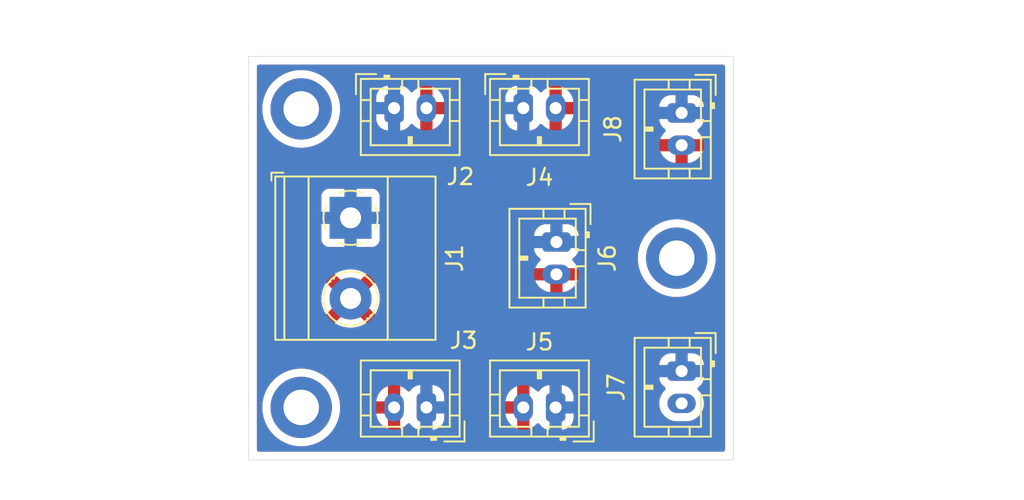
<source format=kicad_pcb>
(kicad_pcb (version 20211014) (generator pcbnew)
  (layers (0 "F.Cu" signal "Front") (31 "B.Cu" signal "Back") (34 "B.Paste" user) (35 "F.Paste" user) (36 "B.SilkS" user "B.Silkscreen") (37 "F.SilkS" user "F.Silkscreen") (38 "B.Mask" user) (39 "F.Mask" user) (44 "Edge.Cuts" user))
  (net 0 "")
  (net 1 "GND")
  (net 2 "+5V")
  (footprint "Connector_JST:JST_PH_B2B-PH-K_1x02_P2.00mm_Vertical" (layer "F.Cu") (at 110 68.25 180)
    (fp_text reference "J3" (at -2.3 4.15) (layer "F.SilkS"))
    (fp_text value "Conn_01x02")
    (fp_line (start -1.45 2.3) (end 3.45 2.3) (layer "F.SilkS") (width 0.12))
    (fp_line (start 0.9 2.3) (end 0.9 1.8) (layer "F.SilkS") (width 0.12))
    (fp_line (start -0.6 -2.01) (end -0.6 -1.81) (layer "F.SilkS") (width 0.12))
    (fp_line (start 1 2.3) (end 1 1.8) (layer "F.SilkS") (width 0.12))
    (fp_line (start -2.06 2.91) (end 4.06 2.91) (layer "F.SilkS") (width 0.12))
    (fp_line (start -1.11 -2.11) (end -2.36 -2.11) (layer "F.SilkS") (width 0.12))
    (fp_line (start -0.3 -1.91) (end -0.6 -1.91) (layer "F.SilkS") (width 0.12))
    (fp_line (start 0.5 -1.81) (end 0.5 -1.2) (layer "F.SilkS") (width 0.12))
    (fp_line (start 1.5 -1.2) (end 1.5 -1.81) (layer "F.SilkS") (width 0.12))
    (fp_line (start -0.3 -2.01) (end -0.6 -2.01) (layer "F.SilkS") (width 0.12))
    (fp_line (start 4.06 2.91) (end 4.06 -1.81) (layer "F.SilkS") (width 0.12))
    (fp_line (start 4.06 -1.81) (end -2.06 -1.81) (layer "F.SilkS") (width 0.12))
    (fp_line (start 4.06 0.8) (end 3.45 0.8) (layer "F.SilkS") (width 0.12))
    (fp_line (start -2.06 -0.5) (end -1.45 -0.5) (layer "F.SilkS") (width 0.12))
    (fp_line (start -2.06 0.8) (end -1.45 0.8) (layer "F.SilkS") (width 0.12))
    (fp_line (start -0.3 -1.81) (end -0.3 -2.01) (layer "F.SilkS") (width 0.12))
    (fp_line (start 3.45 -1.2) (end 1.5 -1.2) (layer "F.SilkS") (width 0.12))
    (fp_line (start 0.5 -1.2) (end -1.45 -1.2) (layer "F.SilkS") (width 0.12))
    (fp_line (start 4.06 -0.5) (end 3.45 -0.5) (layer "F.SilkS") (width 0.12))
    (fp_line (start -2.36 -2.11) (end -2.36 -0.86) (layer "F.SilkS") (width 0.12))
    (fp_line (start -2.06 -1.81) (end -2.06 2.91) (layer "F.SilkS") (width 0.12))
    (fp_line (start 0.9 1.8) (end 1.1 1.8) (layer "F.SilkS") (width 0.12))
    (fp_line (start -1.45 -1.2) (end -1.45 2.3) (layer "F.SilkS") (width 0.12))
    (fp_line (start 1.1 1.8) (end 1.1 2.3) (layer "F.SilkS") (width 0.12))
    (fp_line (start 3.45 2.3) (end 3.45 -1.2) (layer "F.SilkS") (width 0.12))
    (pad "1" thru_hole roundrect locked (at 0 0 180) (size 1.2 1.75) (drill 0.75) (layers *.Cu *.Mask) (roundrect_rratio 0.208333) (net 1 "GND"))
    (pad "2" thru_hole oval locked (at 2 0 180) (size 1.2 1.75) (drill 0.75) (layers *.Cu *.Mask) (net 2 "+5V"))
  )
  (footprint "Connector_JST:JST_PH_B2B-PH-K_1x02_P2.00mm_Vertical" (layer "F.Cu") (at 108 49.7)
    (fp_text reference "J2" (at 4.1 4.25) (layer "F.SilkS"))
    (fp_text value "Conn_01x02")
    (fp_line (start 4.06 -0.5) (end 3.45 -0.5) (layer "F.SilkS") (width 0.12))
    (fp_line (start -0.3 -1.91) (end -0.6 -1.91) (layer "F.SilkS") (width 0.12))
    (fp_line (start -0.6 -2.01) (end -0.6 -1.81) (layer "F.SilkS") (width 0.12))
    (fp_line (start 0.9 1.8) (end 1.1 1.8) (layer "F.SilkS") (width 0.12))
    (fp_line (start 0.5 -1.2) (end -1.45 -1.2) (layer "F.SilkS") (width 0.12))
    (fp_line (start -1.45 2.3) (end 3.45 2.3) (layer "F.SilkS") (width 0.12))
    (fp_line (start -2.06 -1.81) (end -2.06 2.91) (layer "F.SilkS") (width 0.12))
    (fp_line (start 4.06 2.91) (end 4.06 -1.81) (layer "F.SilkS") (width 0.12))
    (fp_line (start 3.45 -1.2) (end 1.5 -1.2) (layer "F.SilkS") (width 0.12))
    (fp_line (start 4.06 0.8) (end 3.45 0.8) (layer "F.SilkS") (width 0.12))
    (fp_line (start -0.3 -2.01) (end -0.6 -2.01) (layer "F.SilkS") (width 0.12))
    (fp_line (start 1.1 1.8) (end 1.1 2.3) (layer "F.SilkS") (width 0.12))
    (fp_line (start -0.3 -1.81) (end -0.3 -2.01) (layer "F.SilkS") (width 0.12))
    (fp_line (start 4.06 -1.81) (end -2.06 -1.81) (layer "F.SilkS") (width 0.12))
    (fp_line (start -2.36 -2.11) (end -2.36 -0.86) (layer "F.SilkS") (width 0.12))
    (fp_line (start -1.11 -2.11) (end -2.36 -2.11) (layer "F.SilkS") (width 0.12))
    (fp_line (start -1.45 -1.2) (end -1.45 2.3) (layer "F.SilkS") (width 0.12))
    (fp_line (start 1 2.3) (end 1 1.8) (layer "F.SilkS") (width 0.12))
    (fp_line (start 0.9 2.3) (end 0.9 1.8) (layer "F.SilkS") (width 0.12))
    (fp_line (start 1.5 -1.2) (end 1.5 -1.81) (layer "F.SilkS") (width 0.12))
    (fp_line (start -2.06 0.8) (end -1.45 0.8) (layer "F.SilkS") (width 0.12))
    (fp_line (start -2.06 -0.5) (end -1.45 -0.5) (layer "F.SilkS") (width 0.12))
    (fp_line (start 0.5 -1.81) (end 0.5 -1.2) (layer "F.SilkS") (width 0.12))
    (fp_line (start 3.45 2.3) (end 3.45 -1.2) (layer "F.SilkS") (width 0.12))
    (fp_line (start -2.06 2.91) (end 4.06 2.91) (layer "F.SilkS") (width 0.12))
    (pad "1" thru_hole roundrect locked (at 0 0) (size 1.2 1.75) (drill 0.75) (layers *.Cu *.Mask) (roundrect_rratio 0.208333) (net 1 "GND"))
    (pad "2" thru_hole oval locked (at 2 0) (size 1.2 1.75) (drill 0.75) (layers *.Cu *.Mask) (net 2 "+5V"))
  )
  (footprint "MountingHole:MountingHole_2.2mm_M2_DIN965_Pad_TopBottom" (layer "F.Cu") (at 125.5 59)
    (fp_text reference "REF**" hide)
    (fp_text value "MountingHole_2.2mm_M2_DIN965_Pad_TopBottom")
    (pad "1" thru_hole circle locked (at 0 0) (size 2.6 2.6) (drill 2.2) (layers *.Cu *.Mask))
    (pad "1" connect circle locked (at 0 0) (size 3.8 3.8) (layers "B.Cu" "B.Mask"))
    (pad "1" connect circle locked (at 0 0) (size 3.8 3.8) (layers "F.Cu" "F.Mask"))
  )
  (footprint "MountingHole:MountingHole_2.2mm_M2_DIN965_Pad_TopBottom" (layer "F.Cu") (at 102.25 68.25)
    (fp_text reference "REF**" hide)
    (fp_text value "MountingHole_2.2mm_M2_DIN965_Pad_TopBottom")
    (pad "1" connect circle locked (at 0 0) (size 3.8 3.8) (layers "B.Cu" "B.Mask"))
    (pad "1" thru_hole circle locked (at 0 0) (size 2.6 2.6) (drill 2.2) (layers *.Cu *.Mask))
    (pad "1" connect circle locked (at 0 0) (size 3.8 3.8) (layers "F.Cu" "F.Mask"))
  )
  (footprint "MountingHole:MountingHole_2.2mm_M2_DIN965_Pad_TopBottom" (layer "F.Cu") (at 102.25 49.75)
    (fp_text reference "REF**" hide)
    (fp_text value "MountingHole_2.2mm_M2_DIN965_Pad_TopBottom")
    (pad "1" thru_hole circle locked (at 0 0) (size 2.6 2.6) (drill 2.2) (layers *.Cu *.Mask))
    (pad "1" connect circle locked (at 0 0) (size 3.8 3.8) (layers "F.Cu" "F.Mask"))
    (pad "1" connect circle locked (at 0 0) (size 3.8 3.8) (layers "B.Cu" "B.Mask"))
  )
  (footprint "Connector_JST:JST_PH_B2B-PH-K_1x02_P2.00mm_Vertical" (layer "F.Cu") (at 118.05 58 -90)
    (fp_text reference "J6" (at 1 -3.15 90) (layer "F.SilkS"))
    (fp_text value "Conn_01x02")
    (fp_line (start -2.06 2.91) (end 4.06 2.91) (layer "F.SilkS") (width 0.12))
    (fp_line (start -0.3 -1.91) (end -0.6 -1.91) (layer "F.SilkS") (width 0.12))
    (fp_line (start -2.06 -0.5) (end -1.45 -0.5) (layer "F.SilkS") (width 0.12))
    (fp_line (start 3.45 -1.2) (end 1.5 -1.2) (layer "F.SilkS") (width 0.12))
    (fp_line (start 4.06 0.8) (end 3.45 0.8) (layer "F.SilkS") (width 0.12))
    (fp_line (start 1 2.3) (end 1 1.8) (layer "F.SilkS") (width 0.12))
    (fp_line (start 0.9 1.8) (end 1.1 1.8) (layer "F.SilkS") (width 0.12))
    (fp_line (start -0.3 -2.01) (end -0.6 -2.01) (layer "F.SilkS") (width 0.12))
    (fp_line (start 1.5 -1.2) (end 1.5 -1.81) (layer "F.SilkS") (width 0.12))
    (fp_line (start 0.9 2.3) (end 0.9 1.8) (layer "F.SilkS") (width 0.12))
    (fp_line (start -0.6 -2.01) (end -0.6 -1.81) (layer "F.SilkS") (width 0.12))
    (fp_line (start 4.06 -1.81) (end -2.06 -1.81) (layer "F.SilkS") (width 0.12))
    (fp_line (start 0.5 -1.2) (end -1.45 -1.2) (layer "F.SilkS") (width 0.12))
    (fp_line (start -1.45 2.3) (end 3.45 2.3) (layer "F.SilkS") (width 0.12))
    (fp_line (start 4.06 -0.5) (end 3.45 -0.5) (layer "F.SilkS") (width 0.12))
    (fp_line (start -2.36 -2.11) (end -2.36 -0.86) (layer "F.SilkS") (width 0.12))
    (fp_line (start -0.3 -1.81) (end -0.3 -2.01) (layer "F.SilkS") (width 0.12))
    (fp_line (start 1.1 1.8) (end 1.1 2.3) (layer "F.SilkS") (width 0.12))
    (fp_line (start -1.11 -2.11) (end -2.36 -2.11) (layer "F.SilkS") (width 0.12))
    (fp_line (start -2.06 -1.81) (end -2.06 2.91) (layer "F.SilkS") (width 0.12))
    (fp_line (start -1.45 -1.2) (end -1.45 2.3) (layer "F.SilkS") (width 0.12))
    (fp_line (start -2.06 0.8) (end -1.45 0.8) (layer "F.SilkS") (width 0.12))
    (fp_line (start 3.45 2.3) (end 3.45 -1.2) (layer "F.SilkS") (width 0.12))
    (fp_line (start 0.5 -1.81) (end 0.5 -1.2) (layer "F.SilkS") (width 0.12))
    (fp_line (start 4.06 2.91) (end 4.06 -1.81) (layer "F.SilkS") (width 0.12))
    (pad "1" thru_hole roundrect locked (at 0 0 270) (size 1.2 1.75) (drill 0.75) (layers *.Cu *.Mask) (roundrect_rratio 0.208333) (net 1 "GND"))
    (pad "2" thru_hole oval locked (at 2 0 270) (size 1.2 1.75) (drill 0.75) (layers *.Cu *.Mask) (net 2 "+5V"))
  )
  (footprint "Connector_JST:JST_PH_B2B-PH-K_1x02_P2.00mm_Vertical" (layer "F.Cu") (at 116 49.7)
    (fp_text reference "J4" (at 1 4.3) (layer "F.SilkS"))
    (fp_text value "Conn_01x02")
    (fp_line (start -1.11 -2.11) (end -2.36 -2.11) (layer "F.SilkS") (width 0.12))
    (fp_line (start 0.9 2.3) (end 0.9 1.8) (layer "F.SilkS") (width 0.12))
    (fp_line (start -2.06 0.8) (end -1.45 0.8) (layer "F.SilkS") (width 0.12))
    (fp_line (start -0.3 -1.91) (end -0.6 -1.91) (layer "F.SilkS") (width 0.12))
    (fp_line (start 0.5 -1.81) (end 0.5 -1.2) (layer "F.SilkS") (width 0.12))
    (fp_line (start -2.06 -0.5) (end -1.45 -0.5) (layer "F.SilkS") (width 0.12))
    (fp_line (start 4.06 2.91) (end 4.06 -1.81) (layer "F.SilkS") (width 0.12))
    (fp_line (start -1.45 -1.2) (end -1.45 2.3) (layer "F.SilkS") (width 0.12))
    (fp_line (start -0.6 -2.01) (end -0.6 -1.81) (layer "F.SilkS") (width 0.12))
    (fp_line (start 1.1 1.8) (end 1.1 2.3) (layer "F.SilkS") (width 0.12))
    (fp_line (start -2.36 -2.11) (end -2.36 -0.86) (layer "F.SilkS") (width 0.12))
    (fp_line (start -0.3 -2.01) (end -0.6 -2.01) (layer "F.SilkS") (width 0.12))
    (fp_line (start -0.3 -1.81) (end -0.3 -2.01) (layer "F.SilkS") (width 0.12))
    (fp_line (start -2.06 -1.81) (end -2.06 2.91) (layer "F.SilkS") (width 0.12))
    (fp_line (start 1.5 -1.2) (end 1.5 -1.81) (layer "F.SilkS") (width 0.12))
    (fp_line (start 3.45 -1.2) (end 1.5 -1.2) (layer "F.SilkS") (width 0.12))
    (fp_line (start -2.06 2.91) (end 4.06 2.91) (layer "F.SilkS") (width 0.12))
    (fp_line (start 4.06 -0.5) (end 3.45 -0.5) (layer "F.SilkS") (width 0.12))
    (fp_line (start 3.45 2.3) (end 3.45 -1.2) (layer "F.SilkS") (width 0.12))
    (fp_line (start 1 2.3) (end 1 1.8) (layer "F.SilkS") (width 0.12))
    (fp_line (start 0.5 -1.2) (end -1.45 -1.2) (layer "F.SilkS") (width 0.12))
    (fp_line (start 4.06 0.8) (end 3.45 0.8) (layer "F.SilkS") (width 0.12))
    (fp_line (start 4.06 -1.81) (end -2.06 -1.81) (layer "F.SilkS") (width 0.12))
    (fp_line (start -1.45 2.3) (end 3.45 2.3) (layer "F.SilkS") (width 0.12))
    (fp_line (start 0.9 1.8) (end 1.1 1.8) (layer "F.SilkS") (width 0.12))
    (pad "1" thru_hole roundrect locked (at 0 0) (size 1.2 1.75) (drill 0.75) (layers *.Cu *.Mask) (roundrect_rratio 0.208333) (net 1 "GND"))
    (pad "2" thru_hole oval locked (at 2 0) (size 1.2 1.75) (drill 0.75) (layers *.Cu *.Mask) (net 2 "+5V"))
  )
  (footprint "Connector_JST:JST_PH_B2B-PH-K_1x02_P2.00mm_Vertical" (layer "F.Cu") (at 125.8 50 -90)
    (fp_text reference "J8" (at 1 4.25 90) (layer "F.SilkS"))
    (fp_text value "Conn_01x02")
    (fp_line (start 0.5 -1.81) (end 0.5 -1.2) (layer "F.SilkS") (width 0.12))
    (fp_line (start -0.6 -2.01) (end -0.6 -1.81) (layer "F.SilkS") (width 0.12))
    (fp_line (start -2.06 2.91) (end 4.06 2.91) (layer "F.SilkS") (width 0.12))
    (fp_line (start 0.5 -1.2) (end -1.45 -1.2) (layer "F.SilkS") (width 0.12))
    (fp_line (start 0.9 1.8) (end 1.1 1.8) (layer "F.SilkS") (width 0.12))
    (fp_line (start -2.06 -0.5) (end -1.45 -0.5) (layer "F.SilkS") (width 0.12))
    (fp_line (start -1.45 -1.2) (end -1.45 2.3) (layer "F.SilkS") (width 0.12))
    (fp_line (start 4.06 -1.81) (end -2.06 -1.81) (layer "F.SilkS") (width 0.12))
    (fp_line (start 4.06 -0.5) (end 3.45 -0.5) (layer "F.SilkS") (width 0.12))
    (fp_line (start 3.45 2.3) (end 3.45 -1.2) (layer "F.SilkS") (width 0.12))
    (fp_line (start -2.36 -2.11) (end -2.36 -0.86) (layer "F.SilkS") (width 0.12))
    (fp_line (start 1 2.3) (end 1 1.8) (layer "F.SilkS") (width 0.12))
    (fp_line (start 0.9 2.3) (end 0.9 1.8) (layer "F.SilkS") (width 0.12))
    (fp_line (start -1.45 2.3) (end 3.45 2.3) (layer "F.SilkS") (width 0.12))
    (fp_line (start -0.3 -1.91) (end -0.6 -1.91) (layer "F.SilkS") (width 0.12))
    (fp_line (start 4.06 0.8) (end 3.45 0.8) (layer "F.SilkS") (width 0.12))
    (fp_line (start 4.06 2.91) (end 4.06 -1.81) (layer "F.SilkS") (width 0.12))
    (fp_line (start 3.45 -1.2) (end 1.5 -1.2) (layer "F.SilkS") (width 0.12))
    (fp_line (start 1.5 -1.2) (end 1.5 -1.81) (layer "F.SilkS") (width 0.12))
    (fp_line (start -2.06 -1.81) (end -2.06 2.91) (layer "F.SilkS") (width 0.12))
    (fp_line (start -2.06 0.8) (end -1.45 0.8) (layer "F.SilkS") (width 0.12))
    (fp_line (start 1.1 1.8) (end 1.1 2.3) (layer "F.SilkS") (width 0.12))
    (fp_line (start -0.3 -1.81) (end -0.3 -2.01) (layer "F.SilkS") (width 0.12))
    (fp_line (start -0.3 -2.01) (end -0.6 -2.01) (layer "F.SilkS") (width 0.12))
    (fp_line (start -1.11 -2.11) (end -2.36 -2.11) (layer "F.SilkS") (width 0.12))
    (pad "1" thru_hole roundrect locked (at 0 0 270) (size 1.2 1.75) (drill 0.75) (layers *.Cu *.Mask) (roundrect_rratio 0.208333) (net 1 "GND"))
    (pad "2" thru_hole oval locked (at 2 0 270) (size 1.2 1.75) (drill 0.75) (layers *.Cu *.Mask) (net 2 "+5V"))
  )
  (footprint "Connector_JST:JST_PH_B2B-PH-K_1x02_P2.00mm_Vertical" (layer "F.Cu") (at 125.8 66 -90)
    (fp_text reference "J7" (at 1 4.05 90) (layer "F.SilkS"))
    (fp_text value "Conn_01x02")
    (fp_line (start 0.5 -1.81) (end 0.5 -1.2) (layer "F.SilkS") (width 0.12))
    (fp_line (start -0.3 -2.01) (end -0.6 -2.01) (layer "F.SilkS") (width 0.12))
    (fp_line (start 4.06 2.91) (end 4.06 -1.81) (layer "F.SilkS") (width 0.12))
    (fp_line (start 1 2.3) (end 1 1.8) (layer "F.SilkS") (width 0.12))
    (fp_line (start -0.3 -1.91) (end -0.6 -1.91) (layer "F.SilkS") (width 0.12))
    (fp_line (start -2.06 -1.81) (end -2.06 2.91) (layer "F.SilkS") (width 0.12))
    (fp_line (start 0.5 -1.2) (end -1.45 -1.2) (layer "F.SilkS") (width 0.12))
    (fp_line (start 0.9 2.3) (end 0.9 1.8) (layer "F.SilkS") (width 0.12))
    (fp_line (start -1.45 -1.2) (end -1.45 2.3) (layer "F.SilkS") (width 0.12))
    (fp_line (start 4.06 -0.5) (end 3.45 -0.5) (layer "F.SilkS") (width 0.12))
    (fp_line (start -2.06 0.8) (end -1.45 0.8) (layer "F.SilkS") (width 0.12))
    (fp_line (start 3.45 -1.2) (end 1.5 -1.2) (layer "F.SilkS") (width 0.12))
    (fp_line (start -2.36 -2.11) (end -2.36 -0.86) (layer "F.SilkS") (width 0.12))
    (fp_line (start 3.45 2.3) (end 3.45 -1.2) (layer "F.SilkS") (width 0.12))
    (fp_line (start 0.9 1.8) (end 1.1 1.8) (layer "F.SilkS") (width 0.12))
    (fp_line (start -2.06 2.91) (end 4.06 2.91) (layer "F.SilkS") (width 0.12))
    (fp_line (start -1.11 -2.11) (end -2.36 -2.11) (layer "F.SilkS") (width 0.12))
    (fp_line (start 1.1 1.8) (end 1.1 2.3) (layer "F.SilkS") (width 0.12))
    (fp_line (start -0.6 -2.01) (end -0.6 -1.81) (layer "F.SilkS") (width 0.12))
    (fp_line (start -1.45 2.3) (end 3.45 2.3) (layer "F.SilkS") (width 0.12))
    (fp_line (start -2.06 -0.5) (end -1.45 -0.5) (layer "F.SilkS") (width 0.12))
    (fp_line (start 4.06 0.8) (end 3.45 0.8) (layer "F.SilkS") (width 0.12))
    (fp_line (start -0.3 -1.81) (end -0.3 -2.01) (layer "F.SilkS") (width 0.12))
    (fp_line (start 4.06 -1.81) (end -2.06 -1.81) (layer "F.SilkS") (width 0.12))
    (fp_line (start 1.5 -1.2) (end 1.5 -1.81) (layer "F.SilkS") (width 0.12))
    (pad "1" thru_hole roundrect locked (at 0 0 270) (size 1.2 1.75) (drill 0.75) (layers *.Cu *.Mask) (roundrect_rratio 0.208333) (net 1 "GND"))
    (pad "2" thru_hole oval locked (at 2 0 270) (size 1.2 1.75) (drill 0.75) (layers *.Cu *.Mask))
  )
  (footprint "Connector_JST:JST_PH_B2B-PH-K_1x02_P2.00mm_Vertical" (layer "F.Cu") (at 118 68.25 180)
    (fp_text reference "J5" (at 1 4.05) (layer "F.SilkS"))
    (fp_text value "Conn_01x02")
    (fp_line (start 4.06 0.8) (end 3.45 0.8) (layer "F.SilkS") (width 0.12))
    (fp_line (start -0.6 -2.01) (end -0.6 -1.81) (layer "F.SilkS") (width 0.12))
    (fp_line (start 4.06 -1.81) (end -2.06 -1.81) (layer "F.SilkS") (width 0.12))
    (fp_line (start 4.06 -0.5) (end 3.45 -0.5) (layer "F.SilkS") (width 0.12))
    (fp_line (start -1.45 -1.2) (end -1.45 2.3) (layer "F.SilkS") (width 0.12))
    (fp_line (start 0.5 -1.2) (end -1.45 -1.2) (layer "F.SilkS") (width 0.12))
    (fp_line (start 0.9 2.3) (end 0.9 1.8) (layer "F.SilkS") (width 0.12))
    (fp_line (start 3.45 2.3) (end 3.45 -1.2) (layer "F.SilkS") (width 0.12))
    (fp_line (start 1.1 1.8) (end 1.1 2.3) (layer "F.SilkS") (width 0.12))
    (fp_line (start 0.5 -1.81) (end 0.5 -1.2) (layer "F.SilkS") (width 0.12))
    (fp_line (start -2.36 -2.11) (end -2.36 -0.86) (layer "F.SilkS") (width 0.12))
    (fp_line (start -1.45 2.3) (end 3.45 2.3) (layer "F.SilkS") (width 0.12))
    (fp_line (start 0.9 1.8) (end 1.1 1.8) (layer "F.SilkS") (width 0.12))
    (fp_line (start 3.45 -1.2) (end 1.5 -1.2) (layer "F.SilkS") (width 0.12))
    (fp_line (start -1.11 -2.11) (end -2.36 -2.11) (layer "F.SilkS") (width 0.12))
    (fp_line (start -2.06 0.8) (end -1.45 0.8) (layer "F.SilkS") (width 0.12))
    (fp_line (start -2.06 2.91) (end 4.06 2.91) (layer "F.SilkS") (width 0.12))
    (fp_line (start 1 2.3) (end 1 1.8) (layer "F.SilkS") (width 0.12))
    (fp_line (start -2.06 -1.81) (end -2.06 2.91) (layer "F.SilkS") (width 0.12))
    (fp_line (start 1.5 -1.2) (end 1.5 -1.81) (layer "F.SilkS") (width 0.12))
    (fp_line (start 4.06 2.91) (end 4.06 -1.81) (layer "F.SilkS") (width 0.12))
    (fp_line (start -2.06 -0.5) (end -1.45 -0.5) (layer "F.SilkS") (width 0.12))
    (fp_line (start -0.3 -1.91) (end -0.6 -1.91) (layer "F.SilkS") (width 0.12))
    (fp_line (start -0.3 -1.81) (end -0.3 -2.01) (layer "F.SilkS") (width 0.12))
    (fp_line (start -0.3 -2.01) (end -0.6 -2.01) (layer "F.SilkS") (width 0.12))
    (pad "1" thru_hole roundrect locked (at 0 0 180) (size 1.2 1.75) (drill 0.75) (layers *.Cu *.Mask) (roundrect_rratio 0.208333) (net 1 "GND"))
    (pad "2" thru_hole oval locked (at 2 0 180) (size 1.2 1.75) (drill 0.75) (layers *.Cu *.Mask) (net 2 "+5V"))
  )
  (footprint "TerminalBlock_Phoenix:TerminalBlock_Phoenix_MKDS-1,5-2_1x02_P5.00mm_Horizontal" (layer "F.Cu") (at 105.305 56.5 -90)
    (fp_text reference "J1" (at 2.5 -6.445 90) (layer "F.SilkS"))
    (fp_text value "Screw_Terminal_01x02")
    (fp_line (start 6.07 -1.275) (end 6.035 -1.239) (layer "F.SilkS") (width 0.12))
    (fp_line (start 3.773 1.023) (end 3.726 1.069) (layer "F.SilkS") (width 0.12))
    (fp_line (start 7.56 -5.261) (end 7.56 4.66) (layer "F.SilkS") (width 0.12))
    (fp_line (start 3.966 1.239) (end 3.931 1.274) (layer "F.SilkS") (width 0.12))
    (fp_line (start -2.56 4.66) (end 7.56 4.66) (layer "F.SilkS") (width 0.12))
    (fp_line (start -2.56 -2.301) (end 7.56 -2.301) (layer "F.SilkS") (width 0.12))
    (fp_line (start -2.56 2.6) (end 7.56 2.6) (layer "F.SilkS") (width 0.12))
    (fp_line (start -2.8 4.9) (end -2.3 4.9) (layer "F.SilkS") (width 0.12))
    (fp_line (start -2.56 -5.261) (end -2.56 4.66) (layer "F.SilkS") (width 0.12))
    (fp_line (start -2.8 4.16) (end -2.8 4.9) (layer "F.SilkS") (width 0.12))
    (fp_line (start 6.275 -1.069) (end 6.228 -1.023) (layer "F.SilkS") (width 0.12))
    (fp_line (start -2.56 4.1) (end 7.56 4.1) (layer "F.SilkS") (width 0.12))
    (fp_line (start -2.56 -5.261) (end 7.56 -5.261) (layer "F.SilkS") (width 0.12))
    (fp_arc (start -0.683042 -1.535427) (mid 0.000524 -1.680501) (end 0.684 -1.535) (layer "F.SilkS") (width 0.12))
    (fp_arc (start -1.535427 0.683042) (mid -1.680501 -0.000524) (end -1.535 -0.684) (layer "F.SilkS") (width 0.12))
    (fp_arc (start 0.683318 1.534756) (mid 0.349292 1.643288) (end 0 1.68) (layer "F.SilkS") (width 0.12))
    (fp_arc (start 0.028805 1.680253) (mid -0.335551 1.646659) (end -0.684 1.535) (layer "F.SilkS") (width 0.12))
    (fp_arc (start 1.535427 -0.683042) (mid 1.680501 0.000524) (end 1.535 0.684) (layer "F.SilkS") (width 0.12))
    (fp_circle (center 5 0) (end 6.68 0) (layer "F.SilkS") (width 0.12) (fill none))
    (pad "1" thru_hole rect locked (at 0 0 270) (size 2.6 2.6) (drill 1.3) (layers *.Cu *.Mask) (net 1 "GND"))
    (pad "2" thru_hole circle locked (at 5 0 270) (size 2.6 2.6) (drill 1.3) (layers *.Cu *.Mask) (net 2 "+5V"))
  )
  (gr_rect (start 99 46.5) (end 129 71.5) (layer "Edge.Cuts") (width 0.0381) (fill none))
  (zone (net 2) (net_name "+5V") (layer "F.Cu") (connect_pads (clearance 0.508)) (min_thickness 0.254) (fill yes (thermal_gap 0.508) (thermal_bridge_width 0.758))
    (polygon (pts (xy 147 74) (xy 93 74) (xy 93 43) (xy 147 43)))
  )
  (zone (net 1) (net_name "GND") (layer "B.Cu") (connect_pads (clearance 0.508)) (min_thickness 0.254) (fill yes (thermal_gap 0.508) (thermal_bridge_width 0.758))
    (polygon (pts (xy 147 73.5) (xy 93 73.5) (xy 93 44) (xy 147 44)))
  )
)
</source>
